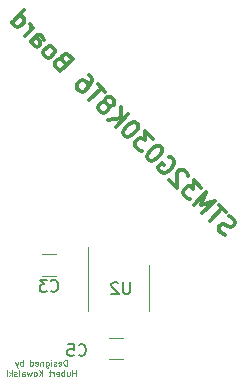
<source format=gbr>
%TF.GenerationSoftware,KiCad,Pcbnew,(5.1.6)-1*%
%TF.CreationDate,2021-02-23T14:27:08+01:00*%
%TF.ProjectId,STM32G030K8T6_Board,53544d33-3247-4303-9330-4b3854365f42,rev?*%
%TF.SameCoordinates,Original*%
%TF.FileFunction,Legend,Bot*%
%TF.FilePolarity,Positive*%
%FSLAX46Y46*%
G04 Gerber Fmt 4.6, Leading zero omitted, Abs format (unit mm)*
G04 Created by KiCad (PCBNEW (5.1.6)-1) date 2021-02-23 14:27:08*
%MOMM*%
%LPD*%
G01*
G04 APERTURE LIST*
%ADD10C,0.125000*%
%ADD11C,0.300000*%
%ADD12C,0.120000*%
%ADD13C,0.150000*%
G04 APERTURE END LIST*
D10*
X118916666Y-76038690D02*
X118916666Y-75538690D01*
X118797619Y-75538690D01*
X118726190Y-75562500D01*
X118678571Y-75610119D01*
X118654761Y-75657738D01*
X118630952Y-75752976D01*
X118630952Y-75824404D01*
X118654761Y-75919642D01*
X118678571Y-75967261D01*
X118726190Y-76014880D01*
X118797619Y-76038690D01*
X118916666Y-76038690D01*
X118226190Y-76014880D02*
X118273809Y-76038690D01*
X118369047Y-76038690D01*
X118416666Y-76014880D01*
X118440476Y-75967261D01*
X118440476Y-75776785D01*
X118416666Y-75729166D01*
X118369047Y-75705357D01*
X118273809Y-75705357D01*
X118226190Y-75729166D01*
X118202380Y-75776785D01*
X118202380Y-75824404D01*
X118440476Y-75872023D01*
X118011904Y-76014880D02*
X117964285Y-76038690D01*
X117869047Y-76038690D01*
X117821428Y-76014880D01*
X117797619Y-75967261D01*
X117797619Y-75943452D01*
X117821428Y-75895833D01*
X117869047Y-75872023D01*
X117940476Y-75872023D01*
X117988095Y-75848214D01*
X118011904Y-75800595D01*
X118011904Y-75776785D01*
X117988095Y-75729166D01*
X117940476Y-75705357D01*
X117869047Y-75705357D01*
X117821428Y-75729166D01*
X117583333Y-76038690D02*
X117583333Y-75705357D01*
X117583333Y-75538690D02*
X117607142Y-75562500D01*
X117583333Y-75586309D01*
X117559523Y-75562500D01*
X117583333Y-75538690D01*
X117583333Y-75586309D01*
X117130952Y-75705357D02*
X117130952Y-76110119D01*
X117154761Y-76157738D01*
X117178571Y-76181547D01*
X117226190Y-76205357D01*
X117297619Y-76205357D01*
X117345238Y-76181547D01*
X117130952Y-76014880D02*
X117178571Y-76038690D01*
X117273809Y-76038690D01*
X117321428Y-76014880D01*
X117345238Y-75991071D01*
X117369047Y-75943452D01*
X117369047Y-75800595D01*
X117345238Y-75752976D01*
X117321428Y-75729166D01*
X117273809Y-75705357D01*
X117178571Y-75705357D01*
X117130952Y-75729166D01*
X116892857Y-75705357D02*
X116892857Y-76038690D01*
X116892857Y-75752976D02*
X116869047Y-75729166D01*
X116821428Y-75705357D01*
X116750000Y-75705357D01*
X116702380Y-75729166D01*
X116678571Y-75776785D01*
X116678571Y-76038690D01*
X116250000Y-76014880D02*
X116297619Y-76038690D01*
X116392857Y-76038690D01*
X116440476Y-76014880D01*
X116464285Y-75967261D01*
X116464285Y-75776785D01*
X116440476Y-75729166D01*
X116392857Y-75705357D01*
X116297619Y-75705357D01*
X116250000Y-75729166D01*
X116226190Y-75776785D01*
X116226190Y-75824404D01*
X116464285Y-75872023D01*
X115797619Y-76038690D02*
X115797619Y-75538690D01*
X115797619Y-76014880D02*
X115845238Y-76038690D01*
X115940476Y-76038690D01*
X115988095Y-76014880D01*
X116011904Y-75991071D01*
X116035714Y-75943452D01*
X116035714Y-75800595D01*
X116011904Y-75752976D01*
X115988095Y-75729166D01*
X115940476Y-75705357D01*
X115845238Y-75705357D01*
X115797619Y-75729166D01*
X115178571Y-76038690D02*
X115178571Y-75538690D01*
X115178571Y-75729166D02*
X115130952Y-75705357D01*
X115035714Y-75705357D01*
X114988095Y-75729166D01*
X114964285Y-75752976D01*
X114940476Y-75800595D01*
X114940476Y-75943452D01*
X114964285Y-75991071D01*
X114988095Y-76014880D01*
X115035714Y-76038690D01*
X115130952Y-76038690D01*
X115178571Y-76014880D01*
X114773809Y-75705357D02*
X114654761Y-76038690D01*
X114535714Y-75705357D02*
X114654761Y-76038690D01*
X114702380Y-76157738D01*
X114726190Y-76181547D01*
X114773809Y-76205357D01*
X119666666Y-76913690D02*
X119666666Y-76413690D01*
X119666666Y-76651785D02*
X119380952Y-76651785D01*
X119380952Y-76913690D02*
X119380952Y-76413690D01*
X118928571Y-76580357D02*
X118928571Y-76913690D01*
X119142857Y-76580357D02*
X119142857Y-76842261D01*
X119119047Y-76889880D01*
X119071428Y-76913690D01*
X119000000Y-76913690D01*
X118952380Y-76889880D01*
X118928571Y-76866071D01*
X118690476Y-76913690D02*
X118690476Y-76413690D01*
X118690476Y-76604166D02*
X118642857Y-76580357D01*
X118547619Y-76580357D01*
X118500000Y-76604166D01*
X118476190Y-76627976D01*
X118452380Y-76675595D01*
X118452380Y-76818452D01*
X118476190Y-76866071D01*
X118500000Y-76889880D01*
X118547619Y-76913690D01*
X118642857Y-76913690D01*
X118690476Y-76889880D01*
X118047619Y-76889880D02*
X118095238Y-76913690D01*
X118190476Y-76913690D01*
X118238095Y-76889880D01*
X118261904Y-76842261D01*
X118261904Y-76651785D01*
X118238095Y-76604166D01*
X118190476Y-76580357D01*
X118095238Y-76580357D01*
X118047619Y-76604166D01*
X118023809Y-76651785D01*
X118023809Y-76699404D01*
X118261904Y-76747023D01*
X117809523Y-76913690D02*
X117809523Y-76580357D01*
X117809523Y-76675595D02*
X117785714Y-76627976D01*
X117761904Y-76604166D01*
X117714285Y-76580357D01*
X117666666Y-76580357D01*
X117571428Y-76580357D02*
X117380952Y-76580357D01*
X117500000Y-76413690D02*
X117500000Y-76842261D01*
X117476190Y-76889880D01*
X117428571Y-76913690D01*
X117380952Y-76913690D01*
X116833333Y-76913690D02*
X116833333Y-76413690D01*
X116547619Y-76913690D02*
X116761904Y-76627976D01*
X116547619Y-76413690D02*
X116833333Y-76699404D01*
X116261904Y-76913690D02*
X116309523Y-76889880D01*
X116333333Y-76866071D01*
X116357142Y-76818452D01*
X116357142Y-76675595D01*
X116333333Y-76627976D01*
X116309523Y-76604166D01*
X116261904Y-76580357D01*
X116190476Y-76580357D01*
X116142857Y-76604166D01*
X116119047Y-76627976D01*
X116095238Y-76675595D01*
X116095238Y-76818452D01*
X116119047Y-76866071D01*
X116142857Y-76889880D01*
X116190476Y-76913690D01*
X116261904Y-76913690D01*
X115928571Y-76580357D02*
X115833333Y-76913690D01*
X115738095Y-76675595D01*
X115642857Y-76913690D01*
X115547619Y-76580357D01*
X115142857Y-76913690D02*
X115142857Y-76651785D01*
X115166666Y-76604166D01*
X115214285Y-76580357D01*
X115309523Y-76580357D01*
X115357142Y-76604166D01*
X115142857Y-76889880D02*
X115190476Y-76913690D01*
X115309523Y-76913690D01*
X115357142Y-76889880D01*
X115380952Y-76842261D01*
X115380952Y-76794642D01*
X115357142Y-76747023D01*
X115309523Y-76723214D01*
X115190476Y-76723214D01*
X115142857Y-76699404D01*
X114833333Y-76913690D02*
X114880952Y-76889880D01*
X114904761Y-76842261D01*
X114904761Y-76413690D01*
X114666666Y-76889880D02*
X114619047Y-76913690D01*
X114523809Y-76913690D01*
X114476190Y-76889880D01*
X114452380Y-76842261D01*
X114452380Y-76818452D01*
X114476190Y-76770833D01*
X114523809Y-76747023D01*
X114595238Y-76747023D01*
X114642857Y-76723214D01*
X114666666Y-76675595D01*
X114666666Y-76651785D01*
X114642857Y-76604166D01*
X114595238Y-76580357D01*
X114523809Y-76580357D01*
X114476190Y-76604166D01*
X114238095Y-76913690D02*
X114238095Y-76413690D01*
X114190476Y-76723214D02*
X114047619Y-76913690D01*
X114047619Y-76580357D02*
X114238095Y-76770833D01*
X113833333Y-76913690D02*
X113833333Y-76580357D01*
X113833333Y-76413690D02*
X113857142Y-76437500D01*
X113833333Y-76461309D01*
X113809523Y-76437500D01*
X113833333Y-76413690D01*
X113833333Y-76461309D01*
D11*
X132286296Y-64944926D02*
X132084266Y-64843911D01*
X131831727Y-64591372D01*
X131781220Y-64439850D01*
X131781220Y-64338834D01*
X131831727Y-64187311D01*
X131932743Y-64086296D01*
X132084266Y-64035789D01*
X132185281Y-64035789D01*
X132336804Y-64086296D01*
X132589342Y-64237819D01*
X132740865Y-64288327D01*
X132841880Y-64288327D01*
X132993403Y-64237819D01*
X133094418Y-64136804D01*
X133144926Y-63985281D01*
X133144926Y-63884266D01*
X133094418Y-63732743D01*
X132841880Y-63480205D01*
X132639850Y-63379189D01*
X132387311Y-63025636D02*
X131781220Y-62419544D01*
X131023605Y-63783250D02*
X132084266Y-62722590D01*
X130367006Y-63126651D02*
X131427666Y-62065991D01*
X130316499Y-62470052D01*
X130720560Y-61358884D01*
X129659900Y-62419544D01*
X130316499Y-60954823D02*
X129659900Y-60298224D01*
X129609392Y-61055838D01*
X129457869Y-60904316D01*
X129306346Y-60853808D01*
X129205331Y-60853808D01*
X129053808Y-60904316D01*
X128801270Y-61156854D01*
X128750762Y-61308377D01*
X128750762Y-61409392D01*
X128801270Y-61560915D01*
X129104316Y-61863961D01*
X129255838Y-61914468D01*
X129356854Y-61914468D01*
X129154823Y-59995178D02*
X129154823Y-59894163D01*
X129104316Y-59742640D01*
X128851777Y-59490102D01*
X128700255Y-59439594D01*
X128599239Y-59439594D01*
X128447716Y-59490102D01*
X128346701Y-59591117D01*
X128245686Y-59793148D01*
X128245686Y-61005331D01*
X127589087Y-60348732D01*
X127589087Y-58328427D02*
X127740610Y-58378934D01*
X127892133Y-58530457D01*
X127993148Y-58732488D01*
X127993148Y-58934518D01*
X127942640Y-59086041D01*
X127791117Y-59338579D01*
X127639594Y-59490102D01*
X127387056Y-59641625D01*
X127235533Y-59692133D01*
X127033503Y-59692133D01*
X126831472Y-59591117D01*
X126730457Y-59490102D01*
X126629442Y-59288072D01*
X126629442Y-59187056D01*
X126982995Y-58833503D01*
X127185026Y-59035533D01*
X126932488Y-57570812D02*
X126831472Y-57469797D01*
X126679950Y-57419289D01*
X126578934Y-57419289D01*
X126427411Y-57469797D01*
X126174873Y-57621320D01*
X125922335Y-57873858D01*
X125770812Y-58126396D01*
X125720305Y-58277919D01*
X125720305Y-58378934D01*
X125770812Y-58530457D01*
X125871827Y-58631472D01*
X126023350Y-58681980D01*
X126124366Y-58681980D01*
X126275888Y-58631472D01*
X126528427Y-58479950D01*
X126780965Y-58227411D01*
X126932488Y-57974873D01*
X126982995Y-57823350D01*
X126982995Y-57722335D01*
X126932488Y-57570812D01*
X126225381Y-56863705D02*
X125568782Y-56207106D01*
X125518274Y-56964721D01*
X125366751Y-56813198D01*
X125215228Y-56762690D01*
X125114213Y-56762690D01*
X124962690Y-56813198D01*
X124710152Y-57065736D01*
X124659644Y-57217259D01*
X124659644Y-57318274D01*
X124710152Y-57469797D01*
X125013198Y-57772843D01*
X125164721Y-57823350D01*
X125265736Y-57823350D01*
X124912183Y-55550507D02*
X124811167Y-55449492D01*
X124659644Y-55398984D01*
X124558629Y-55398984D01*
X124407106Y-55449492D01*
X124154568Y-55601015D01*
X123902030Y-55853553D01*
X123750507Y-56106091D01*
X123700000Y-56257614D01*
X123700000Y-56358629D01*
X123750507Y-56510152D01*
X123851522Y-56611167D01*
X124003045Y-56661675D01*
X124104061Y-56661675D01*
X124255583Y-56611167D01*
X124508122Y-56459644D01*
X124760660Y-56207106D01*
X124912183Y-55954568D01*
X124962690Y-55803045D01*
X124962690Y-55702030D01*
X124912183Y-55550507D01*
X123043400Y-55803045D02*
X124104061Y-54742385D01*
X122437309Y-55196954D02*
X123497969Y-55045431D01*
X123497969Y-54136294D02*
X123497969Y-55348477D01*
X122437309Y-53984771D02*
X122588832Y-54035278D01*
X122689847Y-54035278D01*
X122841370Y-53984771D01*
X122891877Y-53934263D01*
X122942385Y-53782740D01*
X122942385Y-53681725D01*
X122891877Y-53530202D01*
X122689847Y-53328172D01*
X122538324Y-53277664D01*
X122437309Y-53277664D01*
X122285786Y-53328172D01*
X122235278Y-53378679D01*
X122184771Y-53530202D01*
X122184771Y-53631217D01*
X122235278Y-53782740D01*
X122437309Y-53984771D01*
X122487816Y-54136294D01*
X122487816Y-54237309D01*
X122437309Y-54388832D01*
X122235278Y-54590862D01*
X122083755Y-54641370D01*
X121982740Y-54641370D01*
X121831217Y-54590862D01*
X121629187Y-54388832D01*
X121578679Y-54237309D01*
X121578679Y-54136294D01*
X121629187Y-53984771D01*
X121831217Y-53782740D01*
X121982740Y-53732233D01*
X122083755Y-53732233D01*
X122235278Y-53782740D01*
X122184771Y-52823095D02*
X121578679Y-52217004D01*
X120821065Y-53580710D02*
X121881725Y-52520049D01*
X120770557Y-51408882D02*
X120972588Y-51610912D01*
X121023095Y-51762435D01*
X121023095Y-51863450D01*
X120972588Y-52115988D01*
X120821065Y-52368527D01*
X120417004Y-52772588D01*
X120265481Y-52823095D01*
X120164466Y-52823095D01*
X120012943Y-52772588D01*
X119810912Y-52570557D01*
X119760405Y-52419034D01*
X119760405Y-52318019D01*
X119810912Y-52166496D01*
X120063450Y-51913958D01*
X120214973Y-51863450D01*
X120315988Y-51863450D01*
X120467511Y-51913958D01*
X120669542Y-52115988D01*
X120720049Y-52267511D01*
X120720049Y-52368527D01*
X120669542Y-52520049D01*
X118548222Y-50196699D02*
X118346191Y-50095683D01*
X118245176Y-50095683D01*
X118093653Y-50146191D01*
X117942130Y-50297714D01*
X117891622Y-50449237D01*
X117891622Y-50550252D01*
X117942130Y-50701775D01*
X118346191Y-51105836D01*
X119406851Y-50045176D01*
X119053298Y-49691622D01*
X118901775Y-49641115D01*
X118800760Y-49641115D01*
X118649237Y-49691622D01*
X118548222Y-49792638D01*
X118497714Y-49944161D01*
X118497714Y-50045176D01*
X118548222Y-50196699D01*
X118901775Y-50550252D01*
X117134008Y-49893653D02*
X117285531Y-49944161D01*
X117386546Y-49944161D01*
X117538069Y-49893653D01*
X117841115Y-49590607D01*
X117891622Y-49439084D01*
X117891622Y-49338069D01*
X117841115Y-49186546D01*
X117689592Y-49035023D01*
X117538069Y-48984516D01*
X117437054Y-48984516D01*
X117285531Y-49035023D01*
X116982485Y-49338069D01*
X116931977Y-49489592D01*
X116931977Y-49590607D01*
X116982485Y-49742130D01*
X117134008Y-49893653D01*
X115871317Y-48630962D02*
X116426901Y-48075378D01*
X116578424Y-48024871D01*
X116729947Y-48075378D01*
X116931977Y-48277409D01*
X116982485Y-48428932D01*
X115921825Y-48580455D02*
X115972333Y-48731977D01*
X116224871Y-48984516D01*
X116376394Y-49035023D01*
X116527916Y-48984516D01*
X116628932Y-48883500D01*
X116679439Y-48731977D01*
X116628932Y-48580455D01*
X116376394Y-48327916D01*
X116325886Y-48176394D01*
X115366241Y-48125886D02*
X116073348Y-47418779D01*
X115871317Y-47620810D02*
X115921825Y-47469287D01*
X115921825Y-47368272D01*
X115871317Y-47216749D01*
X115770302Y-47115733D01*
X114255073Y-47014718D02*
X115315733Y-45954058D01*
X114305581Y-46964210D02*
X114356088Y-47115733D01*
X114558119Y-47317764D01*
X114709642Y-47368272D01*
X114810657Y-47368272D01*
X114962180Y-47317764D01*
X115265226Y-47014718D01*
X115315733Y-46863195D01*
X115315733Y-46762180D01*
X115265226Y-46610657D01*
X115063195Y-46408627D01*
X114911672Y-46358119D01*
D12*
%TO.C,C3*%
X116797936Y-68410000D02*
X118002064Y-68410000D01*
X116797936Y-66590000D02*
X118002064Y-66590000D01*
%TO.C,C5*%
X122485436Y-73690000D02*
X123689564Y-73690000D01*
X122485436Y-75510000D02*
X123689564Y-75510000D01*
%TO.C,U2*%
X120740000Y-69450000D02*
X120740000Y-66000000D01*
X120740000Y-69450000D02*
X120740000Y-71400000D01*
X125860000Y-69450000D02*
X125860000Y-67500000D01*
X125860000Y-69450000D02*
X125860000Y-71400000D01*
%TO.C,C3*%
D13*
X117566666Y-69677142D02*
X117614285Y-69724761D01*
X117757142Y-69772380D01*
X117852380Y-69772380D01*
X117995238Y-69724761D01*
X118090476Y-69629523D01*
X118138095Y-69534285D01*
X118185714Y-69343809D01*
X118185714Y-69200952D01*
X118138095Y-69010476D01*
X118090476Y-68915238D01*
X117995238Y-68820000D01*
X117852380Y-68772380D01*
X117757142Y-68772380D01*
X117614285Y-68820000D01*
X117566666Y-68867619D01*
X117233333Y-68772380D02*
X116614285Y-68772380D01*
X116947619Y-69153333D01*
X116804761Y-69153333D01*
X116709523Y-69200952D01*
X116661904Y-69248571D01*
X116614285Y-69343809D01*
X116614285Y-69581904D01*
X116661904Y-69677142D01*
X116709523Y-69724761D01*
X116804761Y-69772380D01*
X117090476Y-69772380D01*
X117185714Y-69724761D01*
X117233333Y-69677142D01*
%TO.C,C5*%
X119916666Y-75107142D02*
X119964285Y-75154761D01*
X120107142Y-75202380D01*
X120202380Y-75202380D01*
X120345238Y-75154761D01*
X120440476Y-75059523D01*
X120488095Y-74964285D01*
X120535714Y-74773809D01*
X120535714Y-74630952D01*
X120488095Y-74440476D01*
X120440476Y-74345238D01*
X120345238Y-74250000D01*
X120202380Y-74202380D01*
X120107142Y-74202380D01*
X119964285Y-74250000D01*
X119916666Y-74297619D01*
X119011904Y-74202380D02*
X119488095Y-74202380D01*
X119535714Y-74678571D01*
X119488095Y-74630952D01*
X119392857Y-74583333D01*
X119154761Y-74583333D01*
X119059523Y-74630952D01*
X119011904Y-74678571D01*
X118964285Y-74773809D01*
X118964285Y-75011904D01*
X119011904Y-75107142D01*
X119059523Y-75154761D01*
X119154761Y-75202380D01*
X119392857Y-75202380D01*
X119488095Y-75154761D01*
X119535714Y-75107142D01*
%TO.C,U2*%
X124261904Y-68952380D02*
X124261904Y-69761904D01*
X124214285Y-69857142D01*
X124166666Y-69904761D01*
X124071428Y-69952380D01*
X123880952Y-69952380D01*
X123785714Y-69904761D01*
X123738095Y-69857142D01*
X123690476Y-69761904D01*
X123690476Y-68952380D01*
X123261904Y-69047619D02*
X123214285Y-69000000D01*
X123119047Y-68952380D01*
X122880952Y-68952380D01*
X122785714Y-69000000D01*
X122738095Y-69047619D01*
X122690476Y-69142857D01*
X122690476Y-69238095D01*
X122738095Y-69380952D01*
X123309523Y-69952380D01*
X122690476Y-69952380D01*
%TD*%
M02*

</source>
